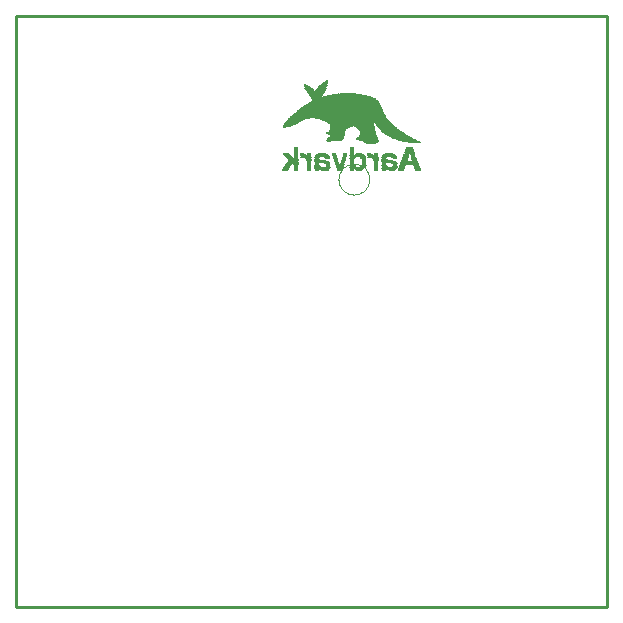
<source format=gbo>
G75*
%MOIN*%
%OFA0B0*%
%FSLAX24Y24*%
%IPPOS*%
%LPD*%
%AMOC8*
5,1,8,0,0,1.08239X$1,22.5*
%
%ADD10C,0.0100*%
%ADD11C,0.0000*%
%ADD12R,0.0118X0.0009*%
%ADD13R,0.0109X0.0009*%
%ADD14R,0.0181X0.0009*%
%ADD15R,0.0172X0.0009*%
%ADD16R,0.0226X0.0009*%
%ADD17R,0.0163X0.0009*%
%ADD18R,0.0154X0.0009*%
%ADD19R,0.0208X0.0009*%
%ADD20R,0.0145X0.0009*%
%ADD21R,0.0235X0.0009*%
%ADD22R,0.0190X0.0009*%
%ADD23R,0.0272X0.0009*%
%ADD24R,0.0244X0.0009*%
%ADD25R,0.0290X0.0009*%
%ADD26R,0.0199X0.0009*%
%ADD27R,0.0317X0.0009*%
%ADD28R,0.0489X0.0009*%
%ADD29R,0.0308X0.0009*%
%ADD30R,0.0498X0.0009*%
%ADD31R,0.0326X0.0009*%
%ADD32R,0.0217X0.0009*%
%ADD33R,0.0507X0.0009*%
%ADD34R,0.0516X0.0009*%
%ADD35R,0.0254X0.0009*%
%ADD36R,0.0616X0.0009*%
%ADD37R,0.0607X0.0009*%
%ADD38R,0.0598X0.0009*%
%ADD39R,0.0589X0.0009*%
%ADD40R,0.0580X0.0009*%
%ADD41R,0.0570X0.0009*%
%ADD42R,0.0389X0.0009*%
%ADD43R,0.0561X0.0009*%
%ADD44R,0.0299X0.0009*%
%ADD45R,0.0380X0.0009*%
%ADD46R,0.0552X0.0009*%
%ADD47R,0.0543X0.0009*%
%ADD48R,0.0480X0.0009*%
%ADD49R,0.0371X0.0009*%
%ADD50R,0.0462X0.0009*%
%ADD51R,0.0362X0.0009*%
%ADD52R,0.0534X0.0009*%
%ADD53R,0.0453X0.0009*%
%ADD54R,0.0525X0.0009*%
%ADD55R,0.0435X0.0009*%
%ADD56R,0.0353X0.0009*%
%ADD57R,0.0407X0.0009*%
%ADD58R,0.0344X0.0009*%
%ADD59R,0.0335X0.0009*%
%ADD60R,0.0027X0.0009*%
%ADD61R,0.0471X0.0009*%
%ADD62R,0.0417X0.0009*%
%ADD63R,0.0398X0.0009*%
%ADD64R,0.0281X0.0009*%
%ADD65R,0.0136X0.0009*%
%ADD66R,0.0100X0.0009*%
%ADD67R,0.0263X0.0009*%
%ADD68R,0.0426X0.0009*%
%ADD69R,0.0444X0.0009*%
%ADD70R,0.0652X0.0009*%
%ADD71R,0.0688X0.0009*%
%ADD72R,0.0697X0.0009*%
%ADD73R,0.0706X0.0009*%
%ADD74R,0.0715X0.0009*%
%ADD75R,0.0625X0.0009*%
%ADD76R,0.0634X0.0009*%
%ADD77R,0.0643X0.0009*%
%ADD78R,0.0679X0.0009*%
%ADD79R,0.0670X0.0009*%
%ADD80R,0.0661X0.0009*%
%ADD81R,0.0733X0.0009*%
%ADD82R,0.0761X0.0009*%
%ADD83R,0.1467X0.0009*%
%ADD84R,0.1458X0.0009*%
%ADD85R,0.1476X0.0009*%
%ADD86R,0.1485X0.0009*%
%ADD87R,0.1503X0.0009*%
%ADD88R,0.1512X0.0009*%
%ADD89R,0.1530X0.0009*%
%ADD90R,0.1539X0.0009*%
%ADD91R,0.1548X0.0009*%
%ADD92R,0.1557X0.0009*%
%ADD93R,0.1576X0.0009*%
%ADD94R,0.1594X0.0009*%
%ADD95R,0.1612X0.0009*%
%ADD96R,0.1630X0.0009*%
%ADD97R,0.2164X0.0009*%
%ADD98R,0.2173X0.0009*%
%ADD99R,0.2182X0.0009*%
%ADD100R,0.2191X0.0009*%
%ADD101R,0.2209X0.0009*%
%ADD102R,0.2228X0.0009*%
%ADD103R,0.2246X0.0009*%
%ADD104R,0.2273X0.0009*%
%ADD105R,0.2300X0.0009*%
%ADD106R,0.2345X0.0009*%
%ADD107R,0.2400X0.0009*%
%ADD108R,0.3233X0.0009*%
%ADD109R,0.3224X0.0009*%
%ADD110R,0.3206X0.0009*%
%ADD111R,0.3187X0.0009*%
%ADD112R,0.3169X0.0009*%
%ADD113R,0.3160X0.0009*%
%ADD114R,0.3142X0.0009*%
%ADD115R,0.3124X0.0009*%
%ADD116R,0.3106X0.0009*%
%ADD117R,0.3088X0.0009*%
%ADD118R,0.3079X0.0009*%
%ADD119R,0.3061X0.0009*%
%ADD120R,0.3043X0.0009*%
%ADD121R,0.3033X0.0009*%
%ADD122R,0.3015X0.0009*%
%ADD123R,0.2997X0.0009*%
%ADD124R,0.2979X0.0009*%
%ADD125R,0.2970X0.0009*%
%ADD126R,0.2952X0.0009*%
%ADD127R,0.2943X0.0009*%
%ADD128R,0.2925X0.0009*%
%ADD129R,0.2907X0.0009*%
%ADD130R,0.2898X0.0009*%
%ADD131R,0.2870X0.0009*%
%ADD132R,0.2861X0.0009*%
%ADD133R,0.2852X0.0009*%
%ADD134R,0.2834X0.0009*%
%ADD135R,0.2825X0.0009*%
%ADD136R,0.2798X0.0009*%
%ADD137R,0.2789X0.0009*%
%ADD138R,0.2771X0.0009*%
%ADD139R,0.2762X0.0009*%
%ADD140R,0.2735X0.0009*%
%ADD141R,0.2726X0.0009*%
%ADD142R,0.2717X0.0009*%
%ADD143R,0.2689X0.0009*%
%ADD144R,0.2680X0.0009*%
%ADD145R,0.2662X0.0009*%
%ADD146R,0.2644X0.0009*%
%ADD147R,0.2635X0.0009*%
%ADD148R,0.2617X0.0009*%
%ADD149R,0.2599X0.0009*%
%ADD150R,0.2581X0.0009*%
%ADD151R,0.2563X0.0009*%
%ADD152R,0.2544X0.0009*%
%ADD153R,0.2526X0.0009*%
%ADD154R,0.2517X0.0009*%
%ADD155R,0.2490X0.0009*%
%ADD156R,0.2472X0.0009*%
%ADD157R,0.2454X0.0009*%
%ADD158R,0.2436X0.0009*%
%ADD159R,0.2409X0.0009*%
%ADD160R,0.2372X0.0009*%
%ADD161R,0.2354X0.0009*%
%ADD162R,0.2327X0.0009*%
%ADD163R,0.2309X0.0009*%
%ADD164R,0.2291X0.0009*%
%ADD165R,0.2264X0.0009*%
%ADD166R,0.2219X0.0009*%
%ADD167R,0.2146X0.0009*%
%ADD168R,0.2137X0.0009*%
%ADD169R,0.2128X0.0009*%
%ADD170R,0.2119X0.0009*%
%ADD171R,0.2101X0.0009*%
%ADD172R,0.2092X0.0009*%
%ADD173R,0.2083X0.0009*%
%ADD174R,0.2056X0.0009*%
%ADD175R,0.1720X0.0009*%
%ADD176R,0.1675X0.0009*%
%ADD177R,0.1621X0.0009*%
%ADD178R,0.1567X0.0009*%
%ADD179R,0.1449X0.0009*%
%ADD180R,0.1376X0.0009*%
%ADD181R,0.1304X0.0009*%
%ADD182R,0.1231X0.0009*%
%ADD183R,0.1150X0.0009*%
%ADD184R,0.1059X0.0009*%
%ADD185R,0.0969X0.0009*%
%ADD186R,0.0851X0.0009*%
%ADD187R,0.0018X0.0009*%
%ADD188R,0.0127X0.0009*%
%ADD189R,0.0091X0.0009*%
%ADD190R,0.0072X0.0009*%
%ADD191R,0.0054X0.0009*%
%ADD192R,0.0036X0.0009*%
%ADD193R,0.0009X0.0009*%
D10*
X000150Y000150D02*
X000150Y019835D01*
X019835Y019835D01*
X019835Y000150D01*
X000150Y000150D01*
D11*
X010888Y014400D02*
X010890Y014445D01*
X010896Y014489D01*
X010905Y014533D01*
X010919Y014575D01*
X010936Y014616D01*
X010957Y014656D01*
X010981Y014694D01*
X011008Y014729D01*
X011038Y014762D01*
X011071Y014792D01*
X011106Y014819D01*
X011144Y014843D01*
X011184Y014864D01*
X011225Y014881D01*
X011267Y014895D01*
X011311Y014904D01*
X011355Y014910D01*
X011400Y014912D01*
X011445Y014910D01*
X011489Y014904D01*
X011533Y014895D01*
X011575Y014881D01*
X011616Y014864D01*
X011656Y014843D01*
X011694Y014819D01*
X011729Y014792D01*
X011762Y014762D01*
X011792Y014729D01*
X011819Y014694D01*
X011843Y014656D01*
X011864Y014616D01*
X011881Y014575D01*
X011895Y014533D01*
X011904Y014489D01*
X011910Y014445D01*
X011912Y014400D01*
X011910Y014355D01*
X011904Y014311D01*
X011895Y014267D01*
X011881Y014225D01*
X011864Y014184D01*
X011843Y014144D01*
X011819Y014106D01*
X011792Y014071D01*
X011762Y014038D01*
X011729Y014008D01*
X011694Y013981D01*
X011656Y013957D01*
X011616Y013936D01*
X011575Y013919D01*
X011533Y013905D01*
X011489Y013896D01*
X011445Y013890D01*
X011400Y013888D01*
X011355Y013890D01*
X011311Y013896D01*
X011267Y013905D01*
X011225Y013919D01*
X011184Y013936D01*
X011144Y013957D01*
X011106Y013981D01*
X011071Y014008D01*
X011038Y014038D01*
X011008Y014071D01*
X010981Y014106D01*
X010957Y014144D01*
X010936Y014184D01*
X010919Y014225D01*
X010905Y014267D01*
X010896Y014311D01*
X010890Y014355D01*
X010888Y014400D01*
D12*
X010426Y014668D03*
X009684Y015230D03*
X011920Y015230D03*
X012663Y014668D03*
D13*
X011581Y014668D03*
X009815Y017493D03*
X010476Y017620D03*
D14*
X010431Y017566D03*
X009851Y017457D03*
X009145Y016135D03*
X009199Y015148D03*
X009208Y015139D03*
X009245Y014913D03*
X009236Y014894D03*
X009227Y014885D03*
X009227Y014876D03*
X009218Y014867D03*
X009208Y014858D03*
X009208Y014849D03*
X009199Y014840D03*
X009190Y014822D03*
X009181Y014813D03*
X009172Y014795D03*
X009163Y014786D03*
X009154Y014768D03*
X009136Y014741D03*
X009462Y014894D03*
X009716Y015175D03*
X009716Y015184D03*
X009897Y015039D03*
X009897Y015030D03*
X010186Y015030D03*
X010186Y014813D03*
X010186Y014804D03*
X010422Y014677D03*
X010521Y014894D03*
X010512Y014904D03*
X010494Y015130D03*
X010929Y014695D03*
X010929Y014686D03*
X011355Y014831D03*
X011355Y015076D03*
X011355Y015085D03*
X011708Y015103D03*
X011717Y015094D03*
X011952Y015175D03*
X011952Y015184D03*
X012133Y015039D03*
X012133Y015030D03*
X012423Y015030D03*
X012432Y015130D03*
X012731Y015130D03*
X012749Y014904D03*
X012758Y014894D03*
X012767Y014786D03*
X012658Y014677D03*
X012423Y014813D03*
X012975Y014704D03*
X012975Y014695D03*
X012984Y014722D03*
X012994Y014750D03*
X013003Y014777D03*
X013012Y014804D03*
X013030Y014849D03*
X013528Y014722D03*
X013537Y014695D03*
X013256Y015438D03*
X011717Y014822D03*
X011708Y014813D03*
D15*
X011721Y014831D03*
X011730Y014849D03*
X011576Y014677D03*
X011350Y014840D03*
X011350Y014849D03*
X011350Y015067D03*
X011721Y015085D03*
X011948Y015193D03*
X012138Y015021D03*
X012138Y015012D03*
X012138Y015003D03*
X012419Y015039D03*
X012419Y015112D03*
X012419Y015121D03*
X012419Y014822D03*
X012772Y014795D03*
X012980Y014713D03*
X012989Y014731D03*
X012989Y014741D03*
X012998Y014759D03*
X012998Y014768D03*
X013007Y014786D03*
X013007Y014795D03*
X013016Y014813D03*
X013016Y014822D03*
X013025Y014831D03*
X013025Y014840D03*
X013080Y014985D03*
X013080Y014994D03*
X013089Y015012D03*
X013089Y015021D03*
X013098Y015039D03*
X013107Y015057D03*
X013107Y015067D03*
X013116Y015085D03*
X013116Y015094D03*
X013125Y015112D03*
X013134Y015139D03*
X013143Y015166D03*
X013152Y015193D03*
X013406Y015057D03*
X013415Y015030D03*
X013433Y014985D03*
X013478Y014849D03*
X013487Y014840D03*
X013487Y014831D03*
X013487Y014822D03*
X013496Y014813D03*
X013496Y014804D03*
X013505Y014786D03*
X013505Y014777D03*
X013514Y014768D03*
X013514Y014759D03*
X013514Y014750D03*
X013523Y014741D03*
X013523Y014731D03*
X013532Y014713D03*
X013532Y014704D03*
X013541Y014686D03*
X012971Y014686D03*
X012744Y015121D03*
X010508Y015121D03*
X010182Y015121D03*
X009901Y015021D03*
X009901Y015012D03*
X009901Y015003D03*
X009711Y015193D03*
X009467Y014885D03*
X009240Y014904D03*
X009304Y015048D03*
X009294Y015057D03*
X009285Y015067D03*
X009276Y015076D03*
X009267Y015085D03*
X009258Y015094D03*
X009249Y015103D03*
X009240Y015112D03*
X009231Y015121D03*
X009222Y015130D03*
X010182Y014822D03*
X010526Y014786D03*
X010435Y017575D03*
D16*
X009883Y017421D03*
X011585Y015220D03*
X011377Y015121D03*
X012111Y015085D03*
X012446Y014777D03*
X012663Y014686D03*
X013252Y015374D03*
X013252Y015383D03*
X010209Y014777D03*
X009874Y015085D03*
D17*
X009906Y014994D03*
X009906Y014985D03*
X009906Y014976D03*
X009906Y014967D03*
X009906Y014958D03*
X009906Y014949D03*
X009906Y014940D03*
X009906Y014931D03*
X009906Y014922D03*
X009906Y014913D03*
X009906Y014904D03*
X009906Y014894D03*
X009906Y014885D03*
X009906Y014876D03*
X009906Y014867D03*
X009906Y014858D03*
X009906Y014849D03*
X009906Y014840D03*
X009906Y014831D03*
X009906Y014822D03*
X009906Y014813D03*
X009906Y014804D03*
X009906Y014795D03*
X009906Y014786D03*
X009906Y014777D03*
X009906Y014768D03*
X009906Y014759D03*
X009906Y014750D03*
X009906Y014741D03*
X009906Y014731D03*
X009906Y014722D03*
X009906Y014713D03*
X009906Y014704D03*
X009906Y014695D03*
X009906Y014686D03*
X010159Y014686D03*
X010177Y014831D03*
X010177Y014840D03*
X010177Y014849D03*
X010177Y014858D03*
X010177Y015039D03*
X010177Y015048D03*
X010177Y015103D03*
X010177Y015112D03*
X010512Y015112D03*
X010521Y015094D03*
X010521Y015085D03*
X010531Y014885D03*
X010531Y014876D03*
X010540Y014858D03*
X010540Y014849D03*
X010540Y014822D03*
X010540Y014813D03*
X010540Y014804D03*
X010531Y014795D03*
X010739Y015211D03*
X011074Y015085D03*
X011074Y015076D03*
X011065Y015057D03*
X011065Y015048D03*
X011056Y015021D03*
X011047Y015003D03*
X011047Y014994D03*
X011083Y015103D03*
X011083Y015112D03*
X011092Y015130D03*
X011092Y015139D03*
X011092Y015148D03*
X011101Y015157D03*
X011101Y015166D03*
X011101Y015175D03*
X011110Y015184D03*
X011110Y015193D03*
X011110Y015202D03*
X011119Y015211D03*
X011119Y015220D03*
X011119Y015230D03*
X011345Y015057D03*
X011345Y015048D03*
X011345Y015039D03*
X011345Y014876D03*
X011345Y014867D03*
X011345Y014858D03*
X011726Y014840D03*
X011735Y014858D03*
X011735Y014867D03*
X011744Y014885D03*
X011744Y014894D03*
X011744Y015021D03*
X011744Y015030D03*
X011744Y015039D03*
X011735Y015048D03*
X011735Y015057D03*
X011735Y015067D03*
X011726Y015076D03*
X011943Y015202D03*
X012142Y014994D03*
X012142Y014985D03*
X012142Y014976D03*
X012142Y014967D03*
X012142Y014958D03*
X012142Y014949D03*
X012142Y014940D03*
X012142Y014931D03*
X012142Y014922D03*
X012142Y014913D03*
X012142Y014904D03*
X012142Y014894D03*
X012142Y014885D03*
X012142Y014876D03*
X012142Y014867D03*
X012142Y014858D03*
X012142Y014849D03*
X012142Y014840D03*
X012142Y014831D03*
X012142Y014822D03*
X012142Y014813D03*
X012142Y014804D03*
X012142Y014795D03*
X012142Y014786D03*
X012142Y014777D03*
X012142Y014768D03*
X012142Y014759D03*
X012142Y014750D03*
X012142Y014741D03*
X012142Y014731D03*
X012142Y014722D03*
X012142Y014713D03*
X012142Y014704D03*
X012142Y014695D03*
X012396Y014686D03*
X012414Y014831D03*
X012414Y014840D03*
X012414Y014849D03*
X012414Y014858D03*
X012414Y015048D03*
X012414Y015094D03*
X012414Y015103D03*
X012749Y015112D03*
X012758Y015094D03*
X012758Y015085D03*
X012767Y014885D03*
X012767Y014876D03*
X012776Y014867D03*
X012776Y014858D03*
X012776Y014822D03*
X012776Y014813D03*
X012776Y014804D03*
X013084Y015003D03*
X013093Y015030D03*
X013102Y015048D03*
X013111Y015076D03*
X013120Y015103D03*
X013129Y015121D03*
X013129Y015130D03*
X013138Y015148D03*
X013138Y015157D03*
X013147Y015175D03*
X013147Y015184D03*
X013156Y015202D03*
X013156Y015211D03*
X013166Y015220D03*
X013166Y015230D03*
X013166Y015239D03*
X013338Y015239D03*
X013347Y015220D03*
X013347Y015211D03*
X013356Y015193D03*
X013356Y015184D03*
X013365Y015175D03*
X013365Y015166D03*
X013365Y015157D03*
X013374Y015148D03*
X013374Y015139D03*
X013383Y015130D03*
X013383Y015121D03*
X013383Y015112D03*
X013392Y015103D03*
X013392Y015094D03*
X013392Y015085D03*
X013401Y015076D03*
X013401Y015067D03*
X013410Y015048D03*
X013410Y015039D03*
X013419Y015021D03*
X013419Y015012D03*
X013428Y015003D03*
X013428Y014994D03*
X013501Y014795D03*
X009842Y017466D03*
X009706Y015202D03*
X009471Y014876D03*
D18*
X009476Y014867D03*
X009476Y014858D03*
X009476Y014849D03*
X009476Y014840D03*
X009476Y014831D03*
X009476Y014822D03*
X009476Y014813D03*
X009476Y014804D03*
X009476Y014795D03*
X009476Y014786D03*
X009476Y014777D03*
X009476Y014768D03*
X009476Y014759D03*
X009476Y014750D03*
X009476Y014741D03*
X009476Y014731D03*
X009476Y014722D03*
X009476Y014713D03*
X009476Y014704D03*
X009476Y014695D03*
X009476Y014686D03*
X009476Y015048D03*
X009476Y015057D03*
X009476Y015067D03*
X009476Y015076D03*
X009476Y015085D03*
X009476Y015094D03*
X009476Y015103D03*
X009476Y015112D03*
X009476Y015121D03*
X009476Y015130D03*
X009476Y015139D03*
X009476Y015148D03*
X009476Y015157D03*
X009476Y015166D03*
X009476Y015175D03*
X009476Y015184D03*
X009476Y015193D03*
X009476Y015202D03*
X009476Y015211D03*
X009476Y015220D03*
X009476Y015230D03*
X009476Y015239D03*
X009476Y015248D03*
X009476Y015257D03*
X009476Y015266D03*
X009476Y015275D03*
X009476Y015284D03*
X009476Y015293D03*
X009476Y015302D03*
X009476Y015311D03*
X009476Y015320D03*
X009476Y015329D03*
X009476Y015338D03*
X009476Y015347D03*
X009476Y015356D03*
X009476Y015365D03*
X009476Y015374D03*
X009476Y015383D03*
X009476Y015393D03*
X009476Y015402D03*
X009476Y015411D03*
X009476Y015420D03*
X009476Y015429D03*
X009476Y015438D03*
X009910Y015220D03*
X009910Y015211D03*
X009910Y015202D03*
X009910Y015193D03*
X009910Y015184D03*
X009910Y015175D03*
X009910Y015166D03*
X009910Y015157D03*
X009910Y015148D03*
X010173Y015094D03*
X010173Y015085D03*
X010173Y015076D03*
X010173Y015067D03*
X010173Y015057D03*
X010173Y014931D03*
X010173Y014922D03*
X010173Y014913D03*
X010173Y014904D03*
X010173Y014894D03*
X010173Y014885D03*
X010173Y014876D03*
X010173Y014867D03*
X010164Y014713D03*
X010164Y014704D03*
X010164Y014695D03*
X010544Y014831D03*
X010544Y014840D03*
X010535Y014867D03*
X010526Y015067D03*
X010526Y015076D03*
X010517Y015103D03*
X010743Y015193D03*
X010743Y015202D03*
X010752Y015184D03*
X010752Y015175D03*
X010752Y015166D03*
X010761Y015148D03*
X010761Y015139D03*
X010770Y015121D03*
X010770Y015112D03*
X010780Y015094D03*
X010780Y015085D03*
X010789Y015067D03*
X010789Y015057D03*
X010798Y015039D03*
X010798Y015030D03*
X010807Y015003D03*
X010816Y014976D03*
X010825Y014949D03*
X011006Y014885D03*
X011006Y014876D03*
X011015Y014894D03*
X011015Y014904D03*
X011015Y014913D03*
X011024Y014922D03*
X011024Y014931D03*
X011024Y014940D03*
X011033Y014949D03*
X011033Y014958D03*
X011033Y014967D03*
X011042Y014976D03*
X011042Y014985D03*
X011051Y015012D03*
X011060Y015030D03*
X011060Y015039D03*
X011069Y015067D03*
X011078Y015094D03*
X011087Y015121D03*
X011341Y015184D03*
X011341Y015193D03*
X011341Y015202D03*
X011341Y015211D03*
X011341Y015220D03*
X011341Y015230D03*
X011341Y015239D03*
X011341Y015248D03*
X011341Y015257D03*
X011341Y015266D03*
X011341Y015275D03*
X011341Y015284D03*
X011341Y015293D03*
X011341Y015302D03*
X011341Y015311D03*
X011341Y015320D03*
X011341Y015329D03*
X011341Y015338D03*
X011341Y015347D03*
X011341Y015356D03*
X011341Y015365D03*
X011341Y015374D03*
X011341Y015383D03*
X011341Y015393D03*
X011341Y015402D03*
X011341Y015411D03*
X011341Y015420D03*
X011341Y015429D03*
X011341Y015438D03*
X011341Y015030D03*
X011341Y015021D03*
X011341Y015012D03*
X011341Y015003D03*
X011341Y014994D03*
X011341Y014985D03*
X011341Y014931D03*
X011341Y014922D03*
X011341Y014913D03*
X011341Y014904D03*
X011341Y014894D03*
X011341Y014885D03*
X011739Y014876D03*
X011748Y014904D03*
X011748Y014913D03*
X011748Y014922D03*
X011748Y014931D03*
X011748Y014940D03*
X011748Y014949D03*
X011748Y014958D03*
X011748Y014967D03*
X011748Y014976D03*
X011748Y014985D03*
X011748Y014994D03*
X011748Y015003D03*
X011748Y015012D03*
X012147Y015148D03*
X012147Y015157D03*
X012147Y015166D03*
X012147Y015175D03*
X012147Y015184D03*
X012147Y015193D03*
X012147Y015202D03*
X012147Y015211D03*
X012147Y015220D03*
X012409Y015085D03*
X012409Y015076D03*
X012409Y015067D03*
X012409Y015057D03*
X012409Y014931D03*
X012409Y014922D03*
X012409Y014913D03*
X012409Y014904D03*
X012409Y014894D03*
X012409Y014885D03*
X012409Y014876D03*
X012409Y014867D03*
X012400Y014713D03*
X012400Y014704D03*
X012400Y014695D03*
X012781Y014831D03*
X012781Y014840D03*
X012781Y014849D03*
X012763Y015067D03*
X012763Y015076D03*
X012754Y015103D03*
X013342Y015230D03*
X013351Y015202D03*
X012147Y014686D03*
X010734Y015220D03*
X010734Y015230D03*
X009131Y016126D03*
X010444Y017584D03*
X010454Y017593D03*
D19*
X010417Y017548D03*
X009874Y017430D03*
X010336Y015239D03*
X009883Y015067D03*
X010200Y014786D03*
X011368Y014804D03*
X011576Y014686D03*
X011368Y015112D03*
X012437Y014786D03*
X012735Y014913D03*
X012572Y015239D03*
X013252Y015402D03*
X013252Y015411D03*
D20*
X011934Y015211D03*
X011336Y014976D03*
X011336Y014967D03*
X011336Y014958D03*
X011336Y014949D03*
X011336Y014940D03*
X011336Y014731D03*
X011336Y014722D03*
X011336Y014713D03*
X011336Y014704D03*
X011336Y014695D03*
X011336Y014686D03*
X010847Y014876D03*
X010847Y014885D03*
X010838Y014894D03*
X010838Y014904D03*
X010838Y014913D03*
X010829Y014922D03*
X010829Y014931D03*
X010829Y014940D03*
X010820Y014958D03*
X010820Y014967D03*
X010811Y014985D03*
X010811Y014994D03*
X010802Y015012D03*
X010802Y015021D03*
X010793Y015048D03*
X010784Y015076D03*
X010775Y015103D03*
X010766Y015130D03*
X010757Y015157D03*
X009697Y015211D03*
X009833Y017475D03*
D21*
X009888Y017412D03*
X009897Y017403D03*
X010395Y017520D03*
X010214Y015012D03*
X010422Y014686D03*
X010929Y014759D03*
X010929Y014768D03*
X010929Y014777D03*
X011671Y015130D03*
X012450Y015012D03*
X013256Y015365D03*
D22*
X013252Y015420D03*
X013252Y015429D03*
X012754Y014777D03*
X012428Y014804D03*
X012129Y015048D03*
X011957Y015166D03*
X011703Y015112D03*
X011585Y015230D03*
X011359Y015094D03*
X011359Y014822D03*
X011359Y014813D03*
X011694Y014795D03*
X011703Y014804D03*
X010517Y014777D03*
X010191Y014795D03*
X010191Y015130D03*
X009892Y015048D03*
X009720Y015166D03*
X009457Y014904D03*
X009195Y014831D03*
X009177Y014804D03*
X009159Y014777D03*
X009150Y014759D03*
X009141Y014750D03*
X009131Y014731D03*
X009122Y014722D03*
X009122Y014713D03*
X009113Y014704D03*
X009104Y014695D03*
X009104Y014686D03*
X009195Y015157D03*
X009186Y015166D03*
X009177Y015175D03*
X009168Y015184D03*
X009159Y015193D03*
X009150Y015202D03*
X009141Y015211D03*
X009131Y015220D03*
X009122Y015230D03*
X009856Y017448D03*
D23*
X009924Y017367D03*
X009933Y017357D03*
X010368Y017475D03*
X010331Y015230D03*
X010422Y014695D03*
X010929Y014813D03*
X010929Y014822D03*
X010929Y014831D03*
X011581Y014704D03*
X012568Y015230D03*
X012658Y014695D03*
X013501Y015601D03*
D24*
X013252Y015356D03*
X013252Y015347D03*
X012102Y015094D03*
X011576Y014695D03*
X011386Y014786D03*
X009865Y015094D03*
X009168Y016153D03*
X010390Y017511D03*
D25*
X010349Y017439D03*
X010340Y017430D03*
X010331Y017412D03*
X009969Y017303D03*
X009960Y017312D03*
X009960Y017321D03*
X009951Y017330D03*
X009199Y016171D03*
X009842Y015103D03*
X010422Y014704D03*
X010929Y014840D03*
X010929Y014849D03*
X010929Y014858D03*
X011581Y014713D03*
X012079Y015103D03*
X012658Y014704D03*
X013256Y015293D03*
D26*
X012722Y015139D03*
X012441Y015139D03*
X012432Y015021D03*
X012432Y014795D03*
X012124Y015057D03*
X012124Y015067D03*
X011961Y015148D03*
X011961Y015157D03*
X011690Y015121D03*
X011364Y015103D03*
X010929Y014722D03*
X010929Y014713D03*
X010929Y014704D03*
X010485Y015139D03*
X010205Y015139D03*
X010195Y015021D03*
X009888Y015057D03*
X009725Y015148D03*
X009725Y015157D03*
X009453Y014913D03*
X009869Y017439D03*
X010422Y017557D03*
D27*
X010137Y017104D03*
X010137Y017095D03*
X010336Y015220D03*
X010254Y015003D03*
X010417Y014713D03*
X009394Y015030D03*
X011585Y015184D03*
X012491Y015003D03*
X012572Y015220D03*
X012654Y014713D03*
X013252Y015257D03*
D28*
X012577Y014940D03*
X012577Y014722D03*
X011961Y015628D03*
X011508Y015175D03*
X010829Y015800D03*
X010340Y014940D03*
X009417Y016334D03*
D29*
X009208Y016180D03*
X010277Y017312D03*
X010286Y017321D03*
X010286Y017330D03*
X010295Y017339D03*
X010295Y017348D03*
X010304Y017357D03*
X010304Y017367D03*
X010313Y017376D03*
X010313Y017385D03*
X010322Y017394D03*
X011182Y017231D03*
X013256Y015266D03*
X012677Y014931D03*
X011581Y014722D03*
X010929Y014867D03*
D30*
X011513Y014750D03*
X011513Y014741D03*
X011513Y015166D03*
X010825Y015791D03*
X010345Y014741D03*
X010336Y014722D03*
X009430Y016343D03*
X010128Y017222D03*
X012581Y014731D03*
D31*
X013256Y015248D03*
X011970Y015583D03*
X011581Y014731D03*
X009390Y015012D03*
X009390Y015021D03*
X009390Y015039D03*
X009227Y016189D03*
D32*
X009154Y016144D03*
X009879Y015076D03*
X010494Y014913D03*
X010929Y014750D03*
X010929Y014741D03*
X010929Y014731D03*
X011373Y014795D03*
X011681Y014786D03*
X012115Y015076D03*
X013256Y015393D03*
X010413Y017539D03*
X010404Y017530D03*
D33*
X010132Y017231D03*
X010856Y015999D03*
X010847Y015981D03*
X010838Y015963D03*
X010820Y015782D03*
X010811Y015773D03*
X011518Y015157D03*
X011518Y014759D03*
X011961Y015637D03*
X011961Y015646D03*
X012332Y016316D03*
X013292Y015646D03*
X012586Y014750D03*
X012586Y014741D03*
X010349Y014750D03*
X010340Y014731D03*
D34*
X010354Y014759D03*
X010354Y014768D03*
X010734Y015673D03*
X010807Y015764D03*
X010825Y015872D03*
X010843Y015972D03*
X010852Y015990D03*
X010861Y016008D03*
X010861Y016017D03*
X010870Y016026D03*
X010870Y016035D03*
X011857Y015981D03*
X011857Y015972D03*
X012346Y016289D03*
X012346Y016298D03*
X012337Y016307D03*
X012355Y016280D03*
X011522Y015148D03*
X011522Y015139D03*
X011522Y014777D03*
X011522Y014768D03*
X012591Y014768D03*
X012591Y014759D03*
X010128Y017240D03*
X009448Y016352D03*
D35*
X009906Y017394D03*
X010386Y017502D03*
X011970Y015574D03*
X011590Y015211D03*
X011391Y015130D03*
X010929Y014804D03*
X010929Y014795D03*
X010929Y014786D03*
X010467Y014922D03*
X012704Y014922D03*
X013256Y015338D03*
D36*
X013111Y015709D03*
X013093Y015719D03*
X012613Y016008D03*
X012586Y016035D03*
X011780Y016108D03*
X010775Y015909D03*
X013256Y014858D03*
D37*
X013252Y014867D03*
X013252Y014876D03*
X013134Y015700D03*
X012572Y016044D03*
X012563Y016054D03*
X012554Y016063D03*
X011866Y015800D03*
X011911Y015673D03*
X011785Y016099D03*
X009539Y016398D03*
D38*
X010784Y015900D03*
X010793Y015936D03*
X010911Y016090D03*
X011871Y015809D03*
X012514Y016099D03*
X012523Y016090D03*
X012532Y016081D03*
X012541Y016072D03*
X013256Y014885D03*
D39*
X013252Y014894D03*
X013161Y015691D03*
X011875Y015818D03*
X011875Y015827D03*
X011794Y016090D03*
X010128Y017294D03*
D40*
X010123Y017285D03*
X009516Y016389D03*
X010793Y015891D03*
X010902Y016081D03*
X011798Y016081D03*
X011807Y016072D03*
X012468Y016144D03*
X012477Y016135D03*
X012486Y016126D03*
X012495Y016117D03*
X012505Y016108D03*
X013184Y015682D03*
X013256Y014913D03*
X013256Y014904D03*
D41*
X013252Y014922D03*
X012464Y016153D03*
X012455Y016162D03*
X011812Y016063D03*
X011875Y015845D03*
X011875Y015836D03*
X010128Y017276D03*
D42*
X010137Y017149D03*
X009276Y016226D03*
X009358Y014922D03*
X011966Y015592D03*
D43*
X011880Y015854D03*
X011816Y016054D03*
X012432Y016180D03*
X012441Y016171D03*
X013211Y015673D03*
X013256Y014931D03*
X010893Y016072D03*
X011192Y017222D03*
D44*
X010336Y017421D03*
X010327Y017403D03*
X010272Y017303D03*
X011585Y015193D03*
X010435Y014931D03*
X013252Y015275D03*
X013252Y015284D03*
D45*
X012577Y015202D03*
X010340Y015202D03*
X009362Y014940D03*
X009362Y014931D03*
X009263Y016217D03*
D46*
X009494Y016380D03*
X010128Y017267D03*
X010888Y016063D03*
X010807Y015881D03*
X010780Y015719D03*
X010770Y015709D03*
X010761Y015700D03*
X011821Y016044D03*
X011830Y016035D03*
X011875Y015881D03*
X011875Y015872D03*
X011875Y015863D03*
X012409Y016207D03*
X012419Y016198D03*
X012428Y016189D03*
X013233Y015664D03*
X013252Y014940D03*
D47*
X013256Y014949D03*
X013256Y014958D03*
X012405Y016217D03*
X012396Y016226D03*
X011834Y016026D03*
X011871Y015909D03*
X011871Y015900D03*
X011871Y015891D03*
X010820Y015945D03*
X010784Y015728D03*
X010757Y015691D03*
X010748Y015682D03*
X009480Y016370D03*
X010123Y017258D03*
D48*
X010128Y017213D03*
X009403Y016325D03*
X010843Y015863D03*
X010834Y015809D03*
X010336Y014949D03*
X012572Y014949D03*
X013324Y015637D03*
D49*
X012518Y014994D03*
X010281Y014994D03*
X009367Y014949D03*
X010137Y017140D03*
D50*
X009367Y016298D03*
X010345Y015157D03*
X010327Y014958D03*
X010843Y015827D03*
X012581Y015157D03*
X012563Y014958D03*
D51*
X012043Y015112D03*
X012043Y015121D03*
X012043Y015130D03*
X012043Y015139D03*
X010132Y017131D03*
X009254Y016207D03*
X009806Y015139D03*
X009806Y015130D03*
X009806Y015121D03*
X009806Y015112D03*
X009371Y014967D03*
X009371Y014958D03*
D52*
X010789Y015737D03*
X010798Y015746D03*
X010879Y016054D03*
X011839Y016017D03*
X011866Y015936D03*
X011866Y015927D03*
X011866Y015918D03*
X012373Y016253D03*
X012382Y016244D03*
X012391Y016235D03*
X013261Y015655D03*
X013252Y014967D03*
X010128Y017249D03*
D53*
X010132Y017194D03*
X009362Y016289D03*
X010340Y015166D03*
X010322Y014967D03*
X010847Y015836D03*
X010856Y015854D03*
X011961Y015610D03*
X012577Y015166D03*
X012559Y014967D03*
D54*
X013256Y014976D03*
X011961Y015655D03*
X011961Y015664D03*
X011862Y015945D03*
X011862Y015954D03*
X011862Y015963D03*
X011853Y015990D03*
X011853Y015999D03*
X011844Y016008D03*
X012360Y016271D03*
X012369Y016262D03*
X010875Y016044D03*
X010829Y015954D03*
X010802Y015755D03*
X009462Y016361D03*
D55*
X009326Y016262D03*
X009317Y016253D03*
X010132Y017176D03*
X010340Y015175D03*
X010313Y014976D03*
X012550Y014976D03*
X012577Y015175D03*
D56*
X012572Y015211D03*
X010336Y015211D03*
X009376Y014976D03*
X010137Y017122D03*
D57*
X009304Y016244D03*
X010300Y014985D03*
X012536Y014985D03*
X013396Y015619D03*
D58*
X013446Y015610D03*
X009381Y014994D03*
X009381Y014985D03*
X009236Y016198D03*
D59*
X010137Y017113D03*
X009385Y015003D03*
D60*
X009639Y015103D03*
X011875Y015103D03*
D61*
X011961Y015619D03*
X012577Y015148D03*
X010838Y015818D03*
X010340Y015148D03*
X009381Y016307D03*
X009390Y016316D03*
X010132Y017204D03*
D62*
X010132Y017167D03*
X010340Y015184D03*
X012577Y015184D03*
D63*
X012577Y015193D03*
X010340Y015193D03*
X009290Y016235D03*
X010132Y017158D03*
D64*
X009946Y017339D03*
X009937Y017348D03*
X010354Y017448D03*
X010354Y017457D03*
X010363Y017466D03*
X011585Y015202D03*
X013252Y015302D03*
X013252Y015311D03*
D65*
X012147Y015230D03*
X011930Y015220D03*
X011975Y015565D03*
X011585Y015239D03*
X010571Y015655D03*
X009910Y015230D03*
X009693Y015220D03*
X010463Y017602D03*
D66*
X009113Y016117D03*
X009675Y015239D03*
X011911Y015239D03*
D67*
X010607Y015664D03*
X009186Y016162D03*
X009919Y017376D03*
X009910Y017385D03*
X010372Y017484D03*
X010381Y017493D03*
X013252Y015329D03*
X013252Y015320D03*
D68*
X011966Y015601D03*
D69*
X010852Y015845D03*
X010128Y017185D03*
X009349Y016280D03*
X009340Y016271D03*
X013360Y015628D03*
D70*
X012994Y015764D03*
X012975Y015773D03*
X012957Y015782D03*
X012939Y015791D03*
X012921Y015800D03*
X012858Y015836D03*
X012812Y015863D03*
X012785Y015881D03*
X012758Y015900D03*
X012749Y015909D03*
X012731Y015918D03*
X012722Y015927D03*
X011889Y015682D03*
X011753Y016144D03*
X010938Y016108D03*
D71*
X011871Y015691D03*
D72*
X011857Y015700D03*
X011848Y015746D03*
X010961Y016126D03*
X009602Y016416D03*
D73*
X011844Y015737D03*
X011844Y015728D03*
X011853Y015709D03*
D74*
X011848Y015719D03*
X010970Y016135D03*
D75*
X010924Y016099D03*
X010780Y015927D03*
X010770Y015918D03*
X011767Y016126D03*
X011776Y016117D03*
X011866Y015791D03*
X012591Y016026D03*
X012600Y016017D03*
X012627Y015999D03*
X012636Y015990D03*
X013070Y015728D03*
D76*
X013048Y015737D03*
X013030Y015746D03*
X012658Y015972D03*
X012649Y015981D03*
D77*
X012672Y015963D03*
X012681Y015954D03*
X012699Y015945D03*
X012708Y015936D03*
X013007Y015755D03*
X011857Y015782D03*
X011757Y016135D03*
X009566Y016407D03*
D78*
X010952Y016117D03*
X011739Y016153D03*
X011848Y015755D03*
D79*
X011853Y015764D03*
D80*
X011857Y015773D03*
X012772Y015891D03*
X012799Y015872D03*
X012826Y015854D03*
X012844Y015845D03*
X012871Y015827D03*
X012889Y015818D03*
X012907Y015809D03*
D81*
X011178Y017213D03*
X010979Y016144D03*
D82*
X010992Y016153D03*
D83*
X011336Y016207D03*
X011345Y016171D03*
X011345Y016162D03*
D84*
X011341Y016180D03*
X011341Y016189D03*
X011341Y016198D03*
D85*
X011332Y016217D03*
D86*
X011327Y016226D03*
D87*
X011318Y016235D03*
X011173Y017131D03*
D88*
X011314Y016244D03*
D89*
X011305Y016253D03*
D90*
X011300Y016262D03*
D91*
X011287Y016271D03*
D92*
X011282Y016280D03*
D93*
X011273Y016289D03*
D94*
X011264Y016298D03*
D95*
X011255Y016307D03*
D96*
X011246Y016316D03*
D97*
X011495Y016325D03*
X011096Y017013D03*
D98*
X011101Y017004D03*
X011481Y016334D03*
D99*
X011468Y016343D03*
X011106Y016995D03*
D100*
X011110Y016986D03*
X011110Y016977D03*
X011454Y016352D03*
D101*
X011436Y016361D03*
D102*
X011427Y016370D03*
D103*
X011409Y016380D03*
X011101Y016959D03*
D104*
X011386Y016389D03*
D105*
X011364Y016398D03*
D106*
X011341Y016407D03*
D107*
X011305Y016416D03*
X011060Y016896D03*
D108*
X010879Y016425D03*
D109*
X010884Y016434D03*
D110*
X010884Y016443D03*
D111*
X010884Y016452D03*
D112*
X010884Y016461D03*
D113*
X010888Y016470D03*
D114*
X010888Y016479D03*
D115*
X010897Y016488D03*
D116*
X010897Y016497D03*
D117*
X010897Y016506D03*
D118*
X010902Y016515D03*
D119*
X010902Y016524D03*
D120*
X010902Y016533D03*
D121*
X010906Y016543D03*
D122*
X010906Y016552D03*
D123*
X010915Y016561D03*
D124*
X010915Y016570D03*
D125*
X010920Y016579D03*
D126*
X010920Y016588D03*
D127*
X010924Y016597D03*
D128*
X010924Y016606D03*
D129*
X010924Y016615D03*
D130*
X010929Y016624D03*
D131*
X010933Y016633D03*
D132*
X010938Y016642D03*
D133*
X010943Y016651D03*
D134*
X010943Y016660D03*
D135*
X010947Y016669D03*
D136*
X010952Y016678D03*
D137*
X010956Y016687D03*
D138*
X010956Y016696D03*
D139*
X010961Y016706D03*
D140*
X010965Y016715D03*
D141*
X010970Y016724D03*
D142*
X010974Y016733D03*
D143*
X010979Y016742D03*
D144*
X010983Y016751D03*
D145*
X010983Y016760D03*
D146*
X010992Y016769D03*
D147*
X010997Y016778D03*
D148*
X010997Y016787D03*
D149*
X011006Y016796D03*
D150*
X011006Y016805D03*
D151*
X011015Y016814D03*
D152*
X011015Y016823D03*
D153*
X011024Y016832D03*
D154*
X011029Y016841D03*
D155*
X011033Y016850D03*
D156*
X011042Y016859D03*
D157*
X011042Y016869D03*
D158*
X011051Y016878D03*
D159*
X011056Y016887D03*
D160*
X011065Y016905D03*
D161*
X011074Y016914D03*
D162*
X011078Y016923D03*
D163*
X011087Y016932D03*
D164*
X011087Y016941D03*
D165*
X011092Y016950D03*
D166*
X011106Y016968D03*
D167*
X011087Y017022D03*
D168*
X011083Y017031D03*
D169*
X011069Y017041D03*
D170*
X011065Y017050D03*
D171*
X011056Y017059D03*
D172*
X011042Y017068D03*
D173*
X011029Y017077D03*
D174*
X011015Y017086D03*
D175*
X011164Y017095D03*
D176*
X011169Y017104D03*
D177*
X011169Y017113D03*
D178*
X011169Y017122D03*
D179*
X011173Y017140D03*
D180*
X011173Y017149D03*
D181*
X011173Y017158D03*
D182*
X011173Y017167D03*
D183*
X011178Y017176D03*
D184*
X011178Y017185D03*
D185*
X011178Y017194D03*
D186*
X011182Y017204D03*
D187*
X010893Y017222D03*
X010521Y017665D03*
D188*
X010467Y017611D03*
X009824Y017484D03*
D189*
X009806Y017502D03*
X010485Y017629D03*
D190*
X010494Y017638D03*
X009797Y017511D03*
D191*
X009788Y017520D03*
X010503Y017647D03*
D192*
X010512Y017656D03*
X009779Y017530D03*
D193*
X009765Y017539D03*
M02*

</source>
